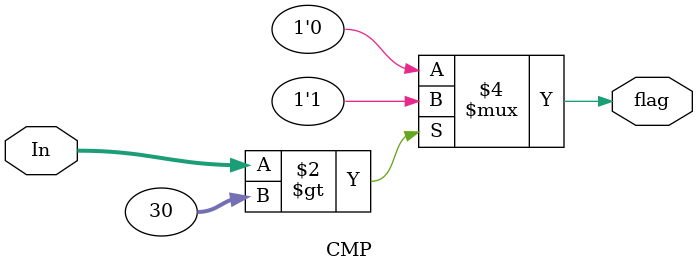
<source format=v>
module CMP(In,flag);
input [9:0] In;
output reg flag;

always @(In) begin
	if(In>30)begin
		flag=1;
	end else begin
		flag=0;
	end
end

endmodule
</source>
